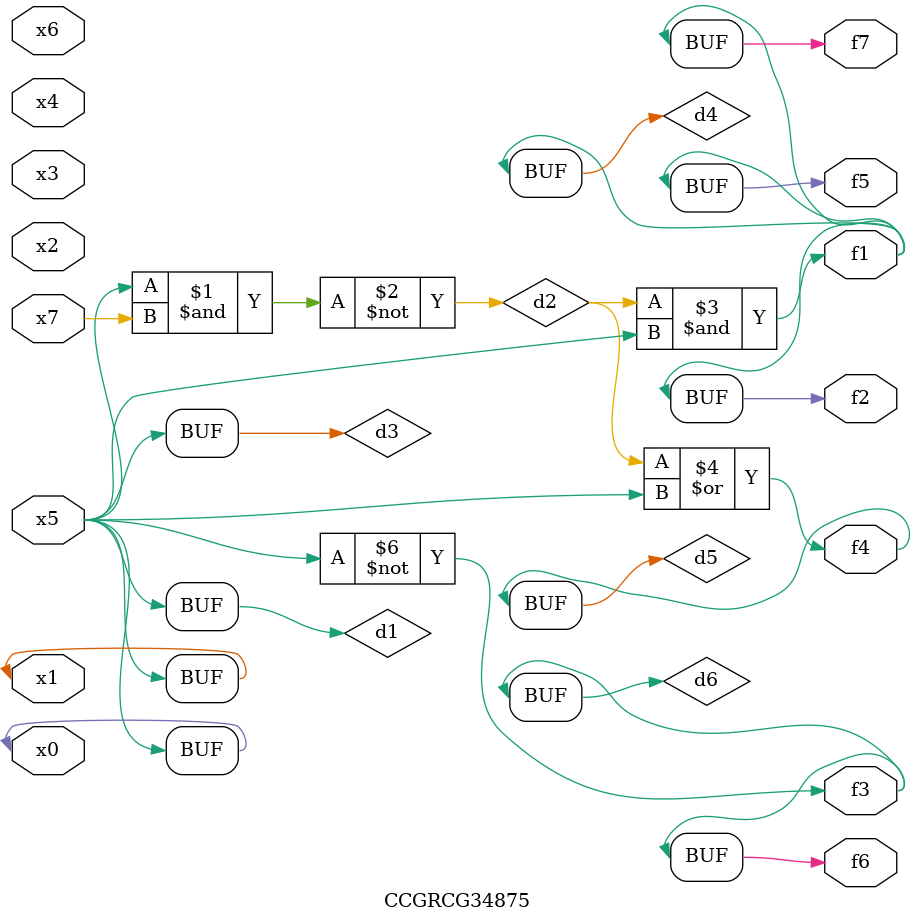
<source format=v>
module CCGRCG34875(
	input x0, x1, x2, x3, x4, x5, x6, x7,
	output f1, f2, f3, f4, f5, f6, f7
);

	wire d1, d2, d3, d4, d5, d6;

	buf (d1, x0, x5);
	nand (d2, x5, x7);
	buf (d3, x0, x1);
	and (d4, d2, d3);
	or (d5, d2, d3);
	nor (d6, d1, d3);
	assign f1 = d4;
	assign f2 = d4;
	assign f3 = d6;
	assign f4 = d5;
	assign f5 = d4;
	assign f6 = d6;
	assign f7 = d4;
endmodule

</source>
